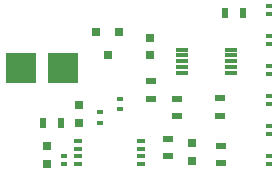
<source format=gbr>
G04 #@! TF.FileFunction,Paste,Top*
%FSLAX46Y46*%
G04 Gerber Fmt 4.6, Leading zero omitted, Abs format (unit mm)*
G04 Created by KiCad (PCBNEW 4.0.1+dfsg1-stable) date Fri 04 Mar 2016 12:47:37 PM PST*
%MOMM*%
G01*
G04 APERTURE LIST*
%ADD10C,0.020000*%
%ADD11R,0.750000X0.800000*%
%ADD12R,0.550000X0.300000*%
%ADD13R,0.500000X0.900000*%
%ADD14R,0.700000X0.300000*%
%ADD15R,2.500000X2.500000*%
%ADD16R,0.600000X0.400000*%
%ADD17R,0.900000X0.500000*%
%ADD18R,0.800100X0.800100*%
%ADD19R,1.016000X0.305000*%
G04 APERTURE END LIST*
D10*
D11*
X135991600Y-105017000D03*
X135991600Y-103517000D03*
X138684000Y-101511800D03*
X138684000Y-100011800D03*
X148310600Y-103212200D03*
X148310600Y-104712200D03*
X144754600Y-94296800D03*
X144754600Y-95796800D03*
D12*
X137439400Y-104998400D03*
X137439400Y-104348400D03*
D13*
X137198800Y-101523800D03*
X135698800Y-101523800D03*
X152591200Y-92252800D03*
X151091200Y-92252800D03*
D12*
X154838400Y-92273000D03*
X154838400Y-91623000D03*
X154838400Y-94813000D03*
X154838400Y-94163000D03*
X154838400Y-97378400D03*
X154838400Y-96728400D03*
X154838400Y-99918400D03*
X154838400Y-99268400D03*
X154838400Y-102458400D03*
X154838400Y-101808400D03*
X154838400Y-104998400D03*
X154838400Y-104348400D03*
D14*
X138650200Y-104988400D03*
X138650200Y-104363400D03*
X138650200Y-103713400D03*
X138650200Y-103088400D03*
X143950200Y-104988400D03*
X143950200Y-104363400D03*
X143950200Y-103713400D03*
X143950200Y-103088400D03*
D15*
X137347900Y-96888300D03*
X133847900Y-96888300D03*
D16*
X142176500Y-99486300D03*
X142176500Y-100386300D03*
X140487400Y-101516600D03*
X140487400Y-100616600D03*
D17*
X150736300Y-104940800D03*
X150736300Y-103440800D03*
X146253200Y-104356600D03*
X146253200Y-102856600D03*
X144780000Y-97979800D03*
X144780000Y-99479800D03*
X147015200Y-99478400D03*
X147015200Y-100978400D03*
X150622000Y-99453000D03*
X150622000Y-100953000D03*
D18*
X142097800Y-93817440D03*
X140197800Y-93817440D03*
X141147800Y-95816420D03*
D19*
X147483800Y-95316800D03*
X147483800Y-95816800D03*
X147483800Y-96316800D03*
X147483800Y-96816800D03*
X147483800Y-97316800D03*
X151575800Y-95316800D03*
X151575800Y-95816800D03*
X151575800Y-96316800D03*
X151575800Y-96816800D03*
X151575800Y-97316800D03*
M02*

</source>
